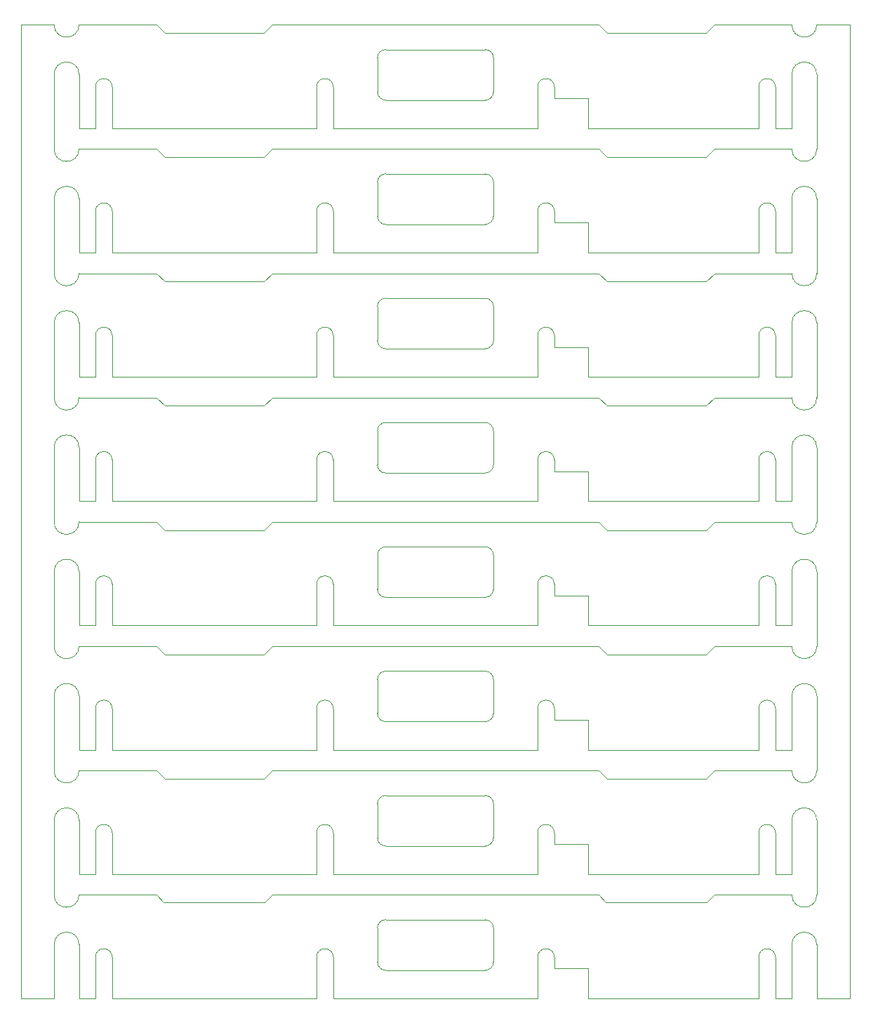
<source format=gbr>
G04 #@! TF.GenerationSoftware,KiCad,Pcbnew,(5.1.2)-2*
G04 #@! TF.CreationDate,2020-06-09T17:36:26+02:00*
G04 #@! TF.ProjectId,INTERFACE,494e5445-5246-4414-9345-2e6b69636164,rev?*
G04 #@! TF.SameCoordinates,Original*
G04 #@! TF.FileFunction,Profile,NP*
%FSLAX46Y46*%
G04 Gerber Fmt 4.6, Leading zero omitted, Abs format (unit mm)*
G04 Created by KiCad (PCBNEW (5.1.2)-2) date 2020-06-09 17:36:26*
%MOMM*%
%LPD*%
G04 APERTURE LIST*
%ADD10C,0.050000*%
G04 APERTURE END LIST*
D10*
X146000000Y4500000D02*
X150000000Y4500000D01*
X50000000Y4500000D02*
X54000000Y4500000D01*
X114335000Y-4395000D02*
X118415000Y-4395000D01*
X118415000Y-4395000D02*
X118415000Y-8000000D01*
X93000000Y500000D02*
G75*
G02X94000000Y1500000I1000000J0D01*
G01*
X107000000Y-3600000D02*
G75*
G02X106000000Y-4600000I-1000000J0D01*
G01*
X94000000Y-4600000D02*
G75*
G02X93000000Y-3600000I0J1000000D01*
G01*
X100000000Y4500000D02*
X80330000Y4500000D01*
X57000000Y4500000D02*
X66330000Y4500000D01*
X67330000Y3500000D02*
X79330000Y3500000D01*
X143000000Y-8000000D02*
X143000000Y-1500000D01*
X57000000Y-1500000D02*
X57000000Y-8000000D01*
X120670000Y3500000D02*
X119670000Y4500000D01*
X133670000Y4500000D02*
X132670000Y3500000D01*
X132670000Y3500000D02*
X120670000Y3500000D01*
X79330000Y3500000D02*
X80330000Y4500000D01*
X66330000Y4500000D02*
X67330000Y3500000D01*
X114335000Y-3000000D02*
X114335000Y-4395000D01*
X112335000Y-3000000D02*
X112335000Y-8000000D01*
X112335000Y-3000000D02*
G75*
G02X114335000Y-3000000I1000000J0D01*
G01*
X100000000Y4500000D02*
X119670000Y4500000D01*
X143000000Y4500000D02*
X133670000Y4500000D01*
X139005000Y-3000000D02*
G75*
G02X141005000Y-3000000I1000000J0D01*
G01*
X87665000Y-8000000D02*
X112335000Y-8000000D01*
X85665000Y-3000000D02*
X85665000Y-8000000D01*
X87665000Y-3000000D02*
X87665000Y-8000000D01*
X87665000Y-3000000D02*
G75*
G03X85665000Y-3000000I-1000000J0D01*
G01*
X106000000Y1500000D02*
G75*
G02X107000000Y500000I0J-1000000D01*
G01*
X106000000Y-4600000D02*
X94000000Y-4600000D01*
X107000000Y500000D02*
X107000000Y-3600000D01*
X93000000Y500000D02*
X93000000Y-3600000D01*
X94000000Y1500000D02*
X106000000Y1500000D01*
X139005000Y-8000000D02*
X118415000Y-8000000D01*
X141005000Y-8000000D02*
X143000000Y-8000000D01*
X60995000Y-8000000D02*
X85665000Y-8000000D01*
X57000000Y-8000000D02*
X58995000Y-8000000D01*
X60995000Y-3000000D02*
X60995000Y-8000000D01*
X58995000Y-3000000D02*
X58995000Y-8000000D01*
X58995000Y-3000000D02*
G75*
G02X60995000Y-3000000I1000000J0D01*
G01*
X141005000Y-3000000D02*
X141005000Y-8000000D01*
X139005000Y-3000000D02*
X139005000Y-8000000D01*
X54000000Y-10500000D02*
X54000000Y-1500000D01*
X54000000Y-1500000D02*
G75*
G02X57000000Y-1500000I1500000J0D01*
G01*
X57000000Y4500000D02*
G75*
G02X54000000Y4500000I-1500000J0D01*
G01*
X146000000Y-10500000D02*
X146000000Y-1500000D01*
X143000000Y-1500000D02*
G75*
G02X146000000Y-1500000I1500000J0D01*
G01*
X146000000Y4500000D02*
G75*
G02X143000000Y4500000I-1500000J0D01*
G01*
X114335000Y-19395000D02*
X118415000Y-19395000D01*
X118415000Y-19395000D02*
X118415000Y-23000000D01*
X93000000Y-14500000D02*
G75*
G02X94000000Y-13500000I1000000J0D01*
G01*
X107000000Y-18600000D02*
G75*
G02X106000000Y-19600000I-1000000J0D01*
G01*
X94000000Y-19600000D02*
G75*
G02X93000000Y-18600000I0J1000000D01*
G01*
X100000000Y-10500000D02*
X80330000Y-10500000D01*
X57000000Y-10500000D02*
X66330000Y-10500000D01*
X67330000Y-11500000D02*
X79330000Y-11500000D01*
X143000000Y-23000000D02*
X143000000Y-16500000D01*
X57000000Y-16500000D02*
X57000000Y-23000000D01*
X120670000Y-11500000D02*
X119670000Y-10500000D01*
X133670000Y-10500000D02*
X132670000Y-11500000D01*
X132670000Y-11500000D02*
X120670000Y-11500000D01*
X79330000Y-11500000D02*
X80330000Y-10500000D01*
X66330000Y-10500000D02*
X67330000Y-11500000D01*
X114335000Y-18000000D02*
X114335000Y-19395000D01*
X112335000Y-18000000D02*
X112335000Y-23000000D01*
X112335000Y-18000000D02*
G75*
G02X114335000Y-18000000I1000000J0D01*
G01*
X100000000Y-10500000D02*
X119670000Y-10500000D01*
X143000000Y-10500000D02*
X133670000Y-10500000D01*
X139005000Y-18000000D02*
G75*
G02X141005000Y-18000000I1000000J0D01*
G01*
X87665000Y-23000000D02*
X112335000Y-23000000D01*
X85665000Y-18000000D02*
X85665000Y-23000000D01*
X87665000Y-18000000D02*
X87665000Y-23000000D01*
X87665000Y-18000000D02*
G75*
G03X85665000Y-18000000I-1000000J0D01*
G01*
X106000000Y-13500000D02*
G75*
G02X107000000Y-14500000I0J-1000000D01*
G01*
X106000000Y-19600000D02*
X94000000Y-19600000D01*
X107000000Y-14500000D02*
X107000000Y-18600000D01*
X93000000Y-14500000D02*
X93000000Y-18600000D01*
X94000000Y-13500000D02*
X106000000Y-13500000D01*
X139005000Y-23000000D02*
X118415000Y-23000000D01*
X141005000Y-23000000D02*
X143000000Y-23000000D01*
X60995000Y-23000000D02*
X85665000Y-23000000D01*
X57000000Y-23000000D02*
X58995000Y-23000000D01*
X60995000Y-18000000D02*
X60995000Y-23000000D01*
X58995000Y-18000000D02*
X58995000Y-23000000D01*
X58995000Y-18000000D02*
G75*
G02X60995000Y-18000000I1000000J0D01*
G01*
X141005000Y-18000000D02*
X141005000Y-23000000D01*
X139005000Y-18000000D02*
X139005000Y-23000000D01*
X54000000Y-25500000D02*
X54000000Y-16500000D01*
X54000000Y-16500000D02*
G75*
G02X57000000Y-16500000I1500000J0D01*
G01*
X57000000Y-10500000D02*
G75*
G02X54000000Y-10500000I-1500000J0D01*
G01*
X146000000Y-25500000D02*
X146000000Y-16500000D01*
X143000000Y-16500000D02*
G75*
G02X146000000Y-16500000I1500000J0D01*
G01*
X146000000Y-10500000D02*
G75*
G02X143000000Y-10500000I-1500000J0D01*
G01*
X114335000Y-34395000D02*
X118415000Y-34395000D01*
X118415000Y-34395000D02*
X118415000Y-38000000D01*
X93000000Y-29500000D02*
G75*
G02X94000000Y-28500000I1000000J0D01*
G01*
X107000000Y-33600000D02*
G75*
G02X106000000Y-34600000I-1000000J0D01*
G01*
X94000000Y-34600000D02*
G75*
G02X93000000Y-33600000I0J1000000D01*
G01*
X100000000Y-25500000D02*
X80330000Y-25500000D01*
X57000000Y-25500000D02*
X66330000Y-25500000D01*
X67330000Y-26500000D02*
X79330000Y-26500000D01*
X143000000Y-38000000D02*
X143000000Y-31500000D01*
X57000000Y-31500000D02*
X57000000Y-38000000D01*
X120670000Y-26500000D02*
X119670000Y-25500000D01*
X133670000Y-25500000D02*
X132670000Y-26500000D01*
X132670000Y-26500000D02*
X120670000Y-26500000D01*
X79330000Y-26500000D02*
X80330000Y-25500000D01*
X66330000Y-25500000D02*
X67330000Y-26500000D01*
X114335000Y-33000000D02*
X114335000Y-34395000D01*
X112335000Y-33000000D02*
X112335000Y-38000000D01*
X112335000Y-33000000D02*
G75*
G02X114335000Y-33000000I1000000J0D01*
G01*
X100000000Y-25500000D02*
X119670000Y-25500000D01*
X143000000Y-25500000D02*
X133670000Y-25500000D01*
X139005000Y-33000000D02*
G75*
G02X141005000Y-33000000I1000000J0D01*
G01*
X87665000Y-38000000D02*
X112335000Y-38000000D01*
X85665000Y-33000000D02*
X85665000Y-38000000D01*
X87665000Y-33000000D02*
X87665000Y-38000000D01*
X87665000Y-33000000D02*
G75*
G03X85665000Y-33000000I-1000000J0D01*
G01*
X106000000Y-28500000D02*
G75*
G02X107000000Y-29500000I0J-1000000D01*
G01*
X106000000Y-34600000D02*
X94000000Y-34600000D01*
X107000000Y-29500000D02*
X107000000Y-33600000D01*
X93000000Y-29500000D02*
X93000000Y-33600000D01*
X94000000Y-28500000D02*
X106000000Y-28500000D01*
X139005000Y-38000000D02*
X118415000Y-38000000D01*
X141005000Y-38000000D02*
X143000000Y-38000000D01*
X60995000Y-38000000D02*
X85665000Y-38000000D01*
X57000000Y-38000000D02*
X58995000Y-38000000D01*
X60995000Y-33000000D02*
X60995000Y-38000000D01*
X58995000Y-33000000D02*
X58995000Y-38000000D01*
X58995000Y-33000000D02*
G75*
G02X60995000Y-33000000I1000000J0D01*
G01*
X141005000Y-33000000D02*
X141005000Y-38000000D01*
X139005000Y-33000000D02*
X139005000Y-38000000D01*
X54000000Y-40500000D02*
X54000000Y-31500000D01*
X54000000Y-31500000D02*
G75*
G02X57000000Y-31500000I1500000J0D01*
G01*
X57000000Y-25500000D02*
G75*
G02X54000000Y-25500000I-1500000J0D01*
G01*
X146000000Y-40500000D02*
X146000000Y-31500000D01*
X143000000Y-31500000D02*
G75*
G02X146000000Y-31500000I1500000J0D01*
G01*
X146000000Y-25500000D02*
G75*
G02X143000000Y-25500000I-1500000J0D01*
G01*
X114335000Y-49395000D02*
X118415000Y-49395000D01*
X118415000Y-49395000D02*
X118415000Y-53000000D01*
X93000000Y-44500000D02*
G75*
G02X94000000Y-43500000I1000000J0D01*
G01*
X107000000Y-48600000D02*
G75*
G02X106000000Y-49600000I-1000000J0D01*
G01*
X94000000Y-49600000D02*
G75*
G02X93000000Y-48600000I0J1000000D01*
G01*
X100000000Y-40500000D02*
X80330000Y-40500000D01*
X57000000Y-40500000D02*
X66330000Y-40500000D01*
X67330000Y-41500000D02*
X79330000Y-41500000D01*
X143000000Y-53000000D02*
X143000000Y-46500000D01*
X57000000Y-46500000D02*
X57000000Y-53000000D01*
X120670000Y-41500000D02*
X119670000Y-40500000D01*
X133670000Y-40500000D02*
X132670000Y-41500000D01*
X132670000Y-41500000D02*
X120670000Y-41500000D01*
X79330000Y-41500000D02*
X80330000Y-40500000D01*
X66330000Y-40500000D02*
X67330000Y-41500000D01*
X114335000Y-48000000D02*
X114335000Y-49395000D01*
X112335000Y-48000000D02*
X112335000Y-53000000D01*
X112335000Y-48000000D02*
G75*
G02X114335000Y-48000000I1000000J0D01*
G01*
X100000000Y-40500000D02*
X119670000Y-40500000D01*
X143000000Y-40500000D02*
X133670000Y-40500000D01*
X139005000Y-48000000D02*
G75*
G02X141005000Y-48000000I1000000J0D01*
G01*
X87665000Y-53000000D02*
X112335000Y-53000000D01*
X85665000Y-48000000D02*
X85665000Y-53000000D01*
X87665000Y-48000000D02*
X87665000Y-53000000D01*
X87665000Y-48000000D02*
G75*
G03X85665000Y-48000000I-1000000J0D01*
G01*
X106000000Y-43500000D02*
G75*
G02X107000000Y-44500000I0J-1000000D01*
G01*
X106000000Y-49600000D02*
X94000000Y-49600000D01*
X107000000Y-44500000D02*
X107000000Y-48600000D01*
X93000000Y-44500000D02*
X93000000Y-48600000D01*
X94000000Y-43500000D02*
X106000000Y-43500000D01*
X139005000Y-53000000D02*
X118415000Y-53000000D01*
X141005000Y-53000000D02*
X143000000Y-53000000D01*
X60995000Y-53000000D02*
X85665000Y-53000000D01*
X57000000Y-53000000D02*
X58995000Y-53000000D01*
X60995000Y-48000000D02*
X60995000Y-53000000D01*
X58995000Y-48000000D02*
X58995000Y-53000000D01*
X58995000Y-48000000D02*
G75*
G02X60995000Y-48000000I1000000J0D01*
G01*
X141005000Y-48000000D02*
X141005000Y-53000000D01*
X139005000Y-48000000D02*
X139005000Y-53000000D01*
X54000000Y-55500000D02*
X54000000Y-46500000D01*
X54000000Y-46500000D02*
G75*
G02X57000000Y-46500000I1500000J0D01*
G01*
X57000000Y-40500000D02*
G75*
G02X54000000Y-40500000I-1500000J0D01*
G01*
X146000000Y-55500000D02*
X146000000Y-46500000D01*
X143000000Y-46500000D02*
G75*
G02X146000000Y-46500000I1500000J0D01*
G01*
X146000000Y-40500000D02*
G75*
G02X143000000Y-40500000I-1500000J0D01*
G01*
X114335000Y-64395000D02*
X118415000Y-64395000D01*
X118415000Y-64395000D02*
X118415000Y-68000000D01*
X93000000Y-59500000D02*
G75*
G02X94000000Y-58500000I1000000J0D01*
G01*
X107000000Y-63600000D02*
G75*
G02X106000000Y-64600000I-1000000J0D01*
G01*
X94000000Y-64600000D02*
G75*
G02X93000000Y-63600000I0J1000000D01*
G01*
X100000000Y-55500000D02*
X80330000Y-55500000D01*
X57000000Y-55500000D02*
X66330000Y-55500000D01*
X67330000Y-56500000D02*
X79330000Y-56500000D01*
X143000000Y-68000000D02*
X143000000Y-61500000D01*
X57000000Y-61500000D02*
X57000000Y-68000000D01*
X120670000Y-56500000D02*
X119670000Y-55500000D01*
X133670000Y-55500000D02*
X132670000Y-56500000D01*
X132670000Y-56500000D02*
X120670000Y-56500000D01*
X79330000Y-56500000D02*
X80330000Y-55500000D01*
X66330000Y-55500000D02*
X67330000Y-56500000D01*
X114335000Y-63000000D02*
X114335000Y-64395000D01*
X112335000Y-63000000D02*
X112335000Y-68000000D01*
X112335000Y-63000000D02*
G75*
G02X114335000Y-63000000I1000000J0D01*
G01*
X100000000Y-55500000D02*
X119670000Y-55500000D01*
X143000000Y-55500000D02*
X133670000Y-55500000D01*
X139005000Y-63000000D02*
G75*
G02X141005000Y-63000000I1000000J0D01*
G01*
X87665000Y-68000000D02*
X112335000Y-68000000D01*
X85665000Y-63000000D02*
X85665000Y-68000000D01*
X87665000Y-63000000D02*
X87665000Y-68000000D01*
X87665000Y-63000000D02*
G75*
G03X85665000Y-63000000I-1000000J0D01*
G01*
X106000000Y-58500000D02*
G75*
G02X107000000Y-59500000I0J-1000000D01*
G01*
X106000000Y-64600000D02*
X94000000Y-64600000D01*
X107000000Y-59500000D02*
X107000000Y-63600000D01*
X93000000Y-59500000D02*
X93000000Y-63600000D01*
X94000000Y-58500000D02*
X106000000Y-58500000D01*
X139005000Y-68000000D02*
X118415000Y-68000000D01*
X141005000Y-68000000D02*
X143000000Y-68000000D01*
X60995000Y-68000000D02*
X85665000Y-68000000D01*
X57000000Y-68000000D02*
X58995000Y-68000000D01*
X60995000Y-63000000D02*
X60995000Y-68000000D01*
X58995000Y-63000000D02*
X58995000Y-68000000D01*
X58995000Y-63000000D02*
G75*
G02X60995000Y-63000000I1000000J0D01*
G01*
X141005000Y-63000000D02*
X141005000Y-68000000D01*
X139005000Y-63000000D02*
X139005000Y-68000000D01*
X54000000Y-70500000D02*
X54000000Y-61500000D01*
X54000000Y-61500000D02*
G75*
G02X57000000Y-61500000I1500000J0D01*
G01*
X57000000Y-55500000D02*
G75*
G02X54000000Y-55500000I-1500000J0D01*
G01*
X146000000Y-70500000D02*
X146000000Y-61500000D01*
X143000000Y-61500000D02*
G75*
G02X146000000Y-61500000I1500000J0D01*
G01*
X146000000Y-55500000D02*
G75*
G02X143000000Y-55500000I-1500000J0D01*
G01*
X114335000Y-79395000D02*
X118415000Y-79395000D01*
X118415000Y-79395000D02*
X118415000Y-83000000D01*
X93000000Y-74500000D02*
G75*
G02X94000000Y-73500000I1000000J0D01*
G01*
X107000000Y-78600000D02*
G75*
G02X106000000Y-79600000I-1000000J0D01*
G01*
X94000000Y-79600000D02*
G75*
G02X93000000Y-78600000I0J1000000D01*
G01*
X100000000Y-70500000D02*
X80330000Y-70500000D01*
X57000000Y-70500000D02*
X66330000Y-70500000D01*
X67330000Y-71500000D02*
X79330000Y-71500000D01*
X143000000Y-83000000D02*
X143000000Y-76500000D01*
X57000000Y-76500000D02*
X57000000Y-83000000D01*
X120670000Y-71500000D02*
X119670000Y-70500000D01*
X133670000Y-70500000D02*
X132670000Y-71500000D01*
X132670000Y-71500000D02*
X120670000Y-71500000D01*
X79330000Y-71500000D02*
X80330000Y-70500000D01*
X66330000Y-70500000D02*
X67330000Y-71500000D01*
X114335000Y-78000000D02*
X114335000Y-79395000D01*
X112335000Y-78000000D02*
X112335000Y-83000000D01*
X112335000Y-78000000D02*
G75*
G02X114335000Y-78000000I1000000J0D01*
G01*
X100000000Y-70500000D02*
X119670000Y-70500000D01*
X143000000Y-70500000D02*
X133670000Y-70500000D01*
X139005000Y-78000000D02*
G75*
G02X141005000Y-78000000I1000000J0D01*
G01*
X87665000Y-83000000D02*
X112335000Y-83000000D01*
X85665000Y-78000000D02*
X85665000Y-83000000D01*
X87665000Y-78000000D02*
X87665000Y-83000000D01*
X87665000Y-78000000D02*
G75*
G03X85665000Y-78000000I-1000000J0D01*
G01*
X106000000Y-73500000D02*
G75*
G02X107000000Y-74500000I0J-1000000D01*
G01*
X106000000Y-79600000D02*
X94000000Y-79600000D01*
X107000000Y-74500000D02*
X107000000Y-78600000D01*
X93000000Y-74500000D02*
X93000000Y-78600000D01*
X94000000Y-73500000D02*
X106000000Y-73500000D01*
X139005000Y-83000000D02*
X118415000Y-83000000D01*
X141005000Y-83000000D02*
X143000000Y-83000000D01*
X60995000Y-83000000D02*
X85665000Y-83000000D01*
X57000000Y-83000000D02*
X58995000Y-83000000D01*
X60995000Y-78000000D02*
X60995000Y-83000000D01*
X58995000Y-78000000D02*
X58995000Y-83000000D01*
X58995000Y-78000000D02*
G75*
G02X60995000Y-78000000I1000000J0D01*
G01*
X141005000Y-78000000D02*
X141005000Y-83000000D01*
X139005000Y-78000000D02*
X139005000Y-83000000D01*
X54000000Y-85500000D02*
X54000000Y-76500000D01*
X54000000Y-76500000D02*
G75*
G02X57000000Y-76500000I1500000J0D01*
G01*
X57000000Y-70500000D02*
G75*
G02X54000000Y-70500000I-1500000J0D01*
G01*
X146000000Y-85500000D02*
X146000000Y-76500000D01*
X143000000Y-76500000D02*
G75*
G02X146000000Y-76500000I1500000J0D01*
G01*
X146000000Y-70500000D02*
G75*
G02X143000000Y-70500000I-1500000J0D01*
G01*
X146000000Y-85500000D02*
G75*
G02X143000000Y-85500000I-1500000J0D01*
G01*
X143000000Y-91500000D02*
G75*
G02X146000000Y-91500000I1500000J0D01*
G01*
X146000000Y-100500000D02*
X146000000Y-91500000D01*
X146000000Y-100500000D02*
G75*
G02X143000000Y-100500000I-1500000J0D01*
G01*
X57000000Y-85500000D02*
G75*
G02X54000000Y-85500000I-1500000J0D01*
G01*
X54000000Y-91500000D02*
G75*
G02X57000000Y-91500000I1500000J0D01*
G01*
X54000000Y-100500000D02*
X54000000Y-91500000D01*
X57000000Y-100500000D02*
G75*
G02X54000000Y-100500000I-1500000J0D01*
G01*
X143000000Y-106500000D02*
G75*
G02X146000000Y-106500000I1500000J0D01*
G01*
X54000000Y-106500000D02*
G75*
G02X57000000Y-106500000I1500000J0D01*
G01*
X54000000Y-113000000D02*
X54000000Y-106500000D01*
X146000000Y-113000000D02*
X146000000Y-106500000D01*
X150000000Y-113000000D02*
X146000000Y-113000000D01*
X150000000Y4500000D02*
X150000000Y-113000000D01*
X50000000Y-113000000D02*
X50000000Y4500000D01*
X54000000Y-113000000D02*
X50000000Y-113000000D01*
X139005000Y-93000000D02*
X139005000Y-98000000D01*
X141005000Y-93000000D02*
X141005000Y-98000000D01*
X58995000Y-93000000D02*
G75*
G02X60995000Y-93000000I1000000J0D01*
G01*
X58995000Y-93000000D02*
X58995000Y-98000000D01*
X60995000Y-93000000D02*
X60995000Y-98000000D01*
X57000000Y-98000000D02*
X58995000Y-98000000D01*
X60995000Y-98000000D02*
X85665000Y-98000000D01*
X141005000Y-98000000D02*
X143000000Y-98000000D01*
X139005000Y-98000000D02*
X118415000Y-98000000D01*
X94000000Y-88500000D02*
X106000000Y-88500000D01*
X93000000Y-89500000D02*
X93000000Y-93600000D01*
X107000000Y-89500000D02*
X107000000Y-93600000D01*
X106000000Y-94600000D02*
X94000000Y-94600000D01*
X106000000Y-88500000D02*
G75*
G02X107000000Y-89500000I0J-1000000D01*
G01*
X87665000Y-93000000D02*
G75*
G03X85665000Y-93000000I-1000000J0D01*
G01*
X87665000Y-93000000D02*
X87665000Y-98000000D01*
X85665000Y-93000000D02*
X85665000Y-98000000D01*
X87665000Y-98000000D02*
X112335000Y-98000000D01*
X139005000Y-93000000D02*
G75*
G02X141005000Y-93000000I1000000J0D01*
G01*
X143000000Y-85500000D02*
X133670000Y-85500000D01*
X100000000Y-85500000D02*
X119670000Y-85500000D01*
X112335000Y-93000000D02*
G75*
G02X114335000Y-93000000I1000000J0D01*
G01*
X112335000Y-93000000D02*
X112335000Y-98000000D01*
X114335000Y-93000000D02*
X114335000Y-94395000D01*
X66330000Y-85500000D02*
X67330000Y-86500000D01*
X79330000Y-86500000D02*
X80330000Y-85500000D01*
X132670000Y-86500000D02*
X120670000Y-86500000D01*
X133670000Y-85500000D02*
X132670000Y-86500000D01*
X120670000Y-86500000D02*
X119670000Y-85500000D01*
X57000000Y-91500000D02*
X57000000Y-98000000D01*
X143000000Y-98000000D02*
X143000000Y-91500000D01*
X67330000Y-86500000D02*
X79330000Y-86500000D01*
X57000000Y-85500000D02*
X66330000Y-85500000D01*
X100000000Y-85500000D02*
X80330000Y-85500000D01*
X94000000Y-94600000D02*
G75*
G02X93000000Y-93600000I0J1000000D01*
G01*
X107000000Y-93600000D02*
G75*
G02X106000000Y-94600000I-1000000J0D01*
G01*
X93000000Y-89500000D02*
G75*
G02X94000000Y-88500000I1000000J0D01*
G01*
X118415000Y-94395000D02*
X118415000Y-98000000D01*
X114335000Y-94395000D02*
X118415000Y-94395000D01*
X114335000Y-109395000D02*
X118415000Y-109395000D01*
X118415000Y-109395000D02*
X118415000Y-113000000D01*
X93000000Y-104500000D02*
G75*
G02X94000000Y-103500000I1000000J0D01*
G01*
X107000000Y-108600000D02*
G75*
G02X106000000Y-109600000I-1000000J0D01*
G01*
X94000000Y-109600000D02*
G75*
G02X93000000Y-108600000I0J1000000D01*
G01*
X106000000Y-103500000D02*
G75*
G02X107000000Y-104500000I0J-1000000D01*
G01*
X106000000Y-109600000D02*
X94000000Y-109600000D01*
X107000000Y-104500000D02*
X107000000Y-108600000D01*
X93000000Y-104500000D02*
X93000000Y-108600000D01*
X94000000Y-103500000D02*
X106000000Y-103500000D01*
X139005000Y-113000000D02*
X118415000Y-113000000D01*
X141005000Y-113000000D02*
X143000000Y-113000000D01*
X60995000Y-113000000D02*
X85665000Y-113000000D01*
X57000000Y-113000000D02*
X58995000Y-113000000D01*
X60995000Y-108000000D02*
X60995000Y-113000000D01*
X58995000Y-108000000D02*
X58995000Y-113000000D01*
X58995000Y-108000000D02*
G75*
G02X60995000Y-108000000I1000000J0D01*
G01*
X141005000Y-108000000D02*
X141005000Y-113000000D01*
X139005000Y-108000000D02*
X139005000Y-113000000D01*
X139005000Y-108000000D02*
G75*
G02X141005000Y-108000000I1000000J0D01*
G01*
X87665000Y-113000000D02*
X112335000Y-113000000D01*
X85665000Y-108000000D02*
X85665000Y-113000000D01*
X87665000Y-108000000D02*
X87665000Y-113000000D01*
X87665000Y-108000000D02*
G75*
G03X85665000Y-108000000I-1000000J0D01*
G01*
X114335000Y-108000000D02*
X114335000Y-109395000D01*
X112335000Y-108000000D02*
X112335000Y-113000000D01*
X112335000Y-108000000D02*
G75*
G02X114335000Y-108000000I1000000J0D01*
G01*
X100000000Y-100500000D02*
X119670000Y-100500000D01*
X143000000Y-100500000D02*
X133670000Y-100500000D01*
X120574000Y-101397000D02*
X119670000Y-100500000D01*
X133670000Y-100500000D02*
X132766000Y-101397000D01*
X132766000Y-101397000D02*
X120574000Y-101397000D01*
X79426000Y-101397000D02*
X80330000Y-100500000D01*
X66330000Y-100500000D02*
X67234000Y-101397000D01*
X100000000Y-100500000D02*
X80330000Y-100500000D01*
X57000000Y-100500000D02*
X66330000Y-100500000D01*
X67234000Y-101397000D02*
X79426000Y-101397000D01*
X143000000Y-113000000D02*
X143000000Y-106500000D01*
X57000000Y-106500000D02*
X57000000Y-113000000D01*
M02*

</source>
